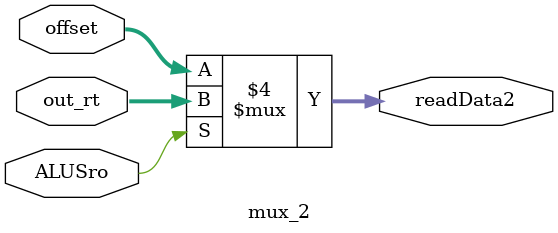
<source format=v>
module mux_2(input ALUSro, input [31:0]out_rt, input [31:0]offset, output reg [31:0]readData2);
	always @(ALUSro)
		begin
		if (ALUSro == 1)
			begin 
			readData2 <= out_rt; 
			end 
		else
			begin
			readData2 <= offset; 
			end
		end 
endmodule 
</source>
